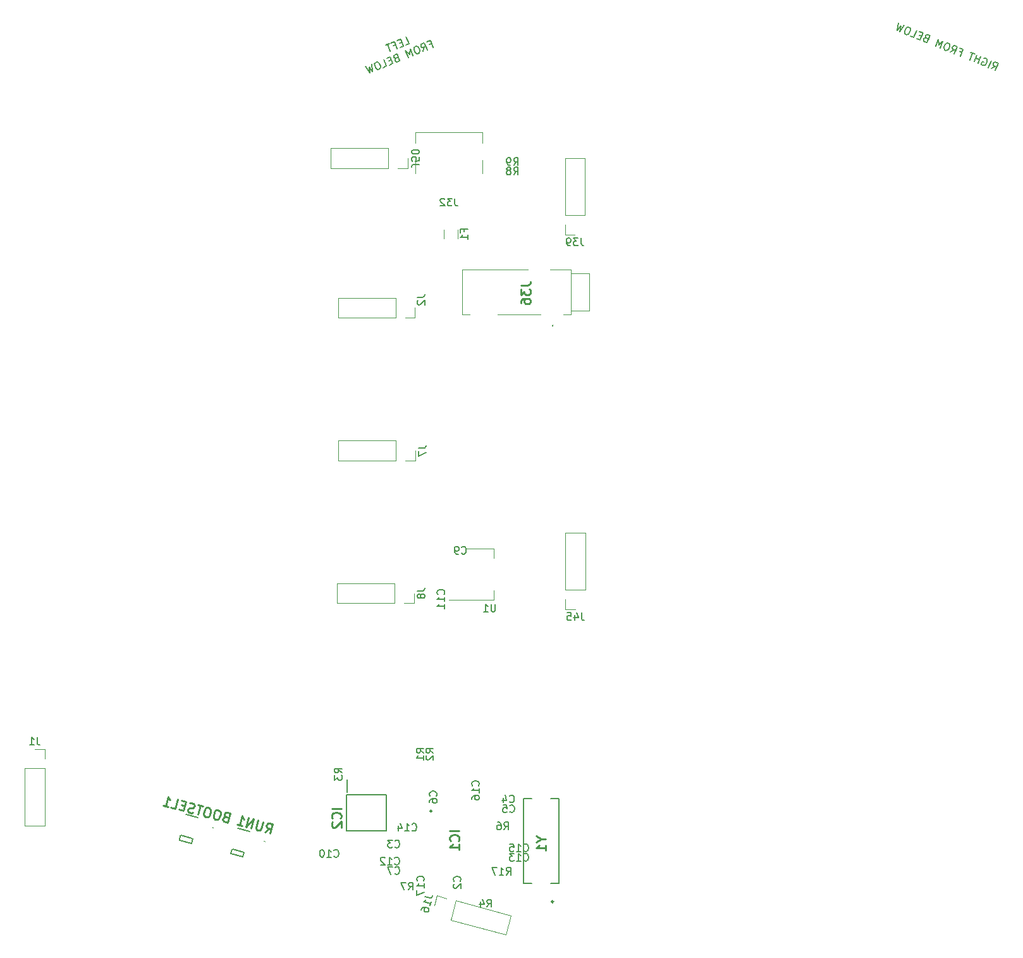
<source format=gbr>
G04 #@! TF.GenerationSoftware,KiCad,Pcbnew,(5.1.4)-1*
G04 #@! TF.CreationDate,2023-02-10T21:16:47-05:00*
G04 #@! TF.ProjectId,ThumbsUp,5468756d-6273-4557-902e-6b696361645f,rev?*
G04 #@! TF.SameCoordinates,Original*
G04 #@! TF.FileFunction,Legend,Bot*
G04 #@! TF.FilePolarity,Positive*
%FSLAX46Y46*%
G04 Gerber Fmt 4.6, Leading zero omitted, Abs format (unit mm)*
G04 Created by KiCad (PCBNEW (5.1.4)-1) date 2023-02-10 21:16:47*
%MOMM*%
%LPD*%
G04 APERTURE LIST*
%ADD10C,0.150000*%
%ADD11C,0.120000*%
%ADD12C,0.200000*%
%ADD13C,0.100000*%
%ADD14C,0.254000*%
G04 APERTURE END LIST*
D10*
X184629295Y-358825026D02*
X185116740Y-358508379D01*
X185159114Y-359039087D02*
X185533721Y-358111903D01*
X185180508Y-357969196D01*
X185074366Y-357977671D01*
X185012376Y-358003984D01*
X184932548Y-358074449D01*
X184879033Y-358206904D01*
X184887508Y-358313045D01*
X184913821Y-358375035D01*
X184984286Y-358454864D01*
X185337499Y-358597571D01*
X184231931Y-358664481D02*
X184606537Y-357737297D01*
X183661515Y-357406842D02*
X183767657Y-357398367D01*
X183900111Y-357451882D01*
X184014728Y-357549549D01*
X184067354Y-357673529D01*
X184075829Y-357779671D01*
X184048627Y-357974116D01*
X183995112Y-358106570D01*
X183879607Y-358265338D01*
X183799778Y-358335803D01*
X183675798Y-358388430D01*
X183525505Y-358379066D01*
X183437202Y-358343389D01*
X183322585Y-358245722D01*
X183296272Y-358183732D01*
X183421141Y-357874671D01*
X183597747Y-357946025D01*
X182863231Y-358111490D02*
X183237837Y-357184306D01*
X183059453Y-357625822D02*
X182529634Y-357411761D01*
X182333411Y-357897429D02*
X182708018Y-356970245D01*
X182398957Y-356845376D02*
X181869137Y-356631315D01*
X181759440Y-357665530D02*
X182134047Y-356738346D01*
X180366205Y-356537679D02*
X180675266Y-356662548D01*
X180479044Y-357148216D02*
X180853650Y-356221032D01*
X180412134Y-356042648D01*
X179154495Y-356613064D02*
X179641941Y-356296416D01*
X179684315Y-356827124D02*
X180058921Y-355899941D01*
X179705708Y-355757233D01*
X179599567Y-355765708D01*
X179537577Y-355792021D01*
X179457748Y-355862486D01*
X179404233Y-355994941D01*
X179412708Y-356101083D01*
X179439021Y-356163073D01*
X179509486Y-356242901D01*
X179862699Y-356385608D01*
X178955131Y-355453980D02*
X178778524Y-355382627D01*
X178672383Y-355391102D01*
X178548403Y-355443728D01*
X178432897Y-355602496D01*
X178308029Y-355911557D01*
X178280827Y-356106002D01*
X178333453Y-356229982D01*
X178403918Y-356309811D01*
X178580524Y-356381164D01*
X178686666Y-356372689D01*
X178810646Y-356320063D01*
X178926151Y-356161295D01*
X179051020Y-355852234D01*
X179078222Y-355657789D01*
X179025596Y-355533809D01*
X178955131Y-355453980D01*
X177785795Y-356060073D02*
X178160402Y-355132889D01*
X177583764Y-355670294D01*
X177542279Y-354883151D01*
X177167673Y-355810335D01*
X175906892Y-354736000D02*
X175756599Y-354726636D01*
X175694609Y-354752949D01*
X175614780Y-354823414D01*
X175561265Y-354955869D01*
X175569740Y-355062011D01*
X175596053Y-355124001D01*
X175666518Y-355203829D01*
X176019731Y-355346536D01*
X176394337Y-354419353D01*
X176085276Y-354294484D01*
X175979134Y-354302959D01*
X175917144Y-354329272D01*
X175837316Y-354399737D01*
X175801639Y-354488040D01*
X175810114Y-354594181D01*
X175836427Y-354656171D01*
X175906892Y-354736000D01*
X176215953Y-354860869D01*
X175288769Y-354486262D02*
X174979708Y-354361393D01*
X174651031Y-354793546D02*
X175092547Y-354971930D01*
X175467153Y-354044746D01*
X175025637Y-353866362D01*
X173812150Y-354454616D02*
X174253666Y-354633000D01*
X174628273Y-353705816D01*
X173701089Y-353331210D02*
X173524483Y-353259856D01*
X173418341Y-353268331D01*
X173294361Y-353320957D01*
X173178856Y-353479725D01*
X173053987Y-353788787D01*
X173026785Y-353983231D01*
X173079411Y-354107211D01*
X173149876Y-354187040D01*
X173326482Y-354258394D01*
X173432624Y-354249919D01*
X173556604Y-354197292D01*
X173672109Y-354038524D01*
X173796978Y-353729463D01*
X173824180Y-353535018D01*
X173771554Y-353411038D01*
X173701089Y-353331210D01*
X172994663Y-353045795D02*
X172399299Y-353883787D01*
X172490268Y-353150159D01*
X172046086Y-353741080D01*
X172199934Y-352724704D01*
X106206513Y-355673139D02*
X106648029Y-355494755D01*
X106273422Y-354567571D01*
X105701229Y-355312340D02*
X105392167Y-355437209D01*
X105455935Y-355976392D02*
X105897451Y-355798008D01*
X105522845Y-354870824D01*
X105081329Y-355049208D01*
X104553287Y-355776139D02*
X104862348Y-355651270D01*
X105058571Y-356136938D02*
X104683964Y-355209754D01*
X104242448Y-355388138D01*
X104021690Y-355477330D02*
X103491870Y-355691391D01*
X104131387Y-356511545D02*
X103756780Y-355584361D01*
X109365791Y-355611343D02*
X109674852Y-355486474D01*
X109871075Y-355972142D02*
X109496468Y-355044958D01*
X109054952Y-355223342D01*
X108546526Y-356507294D02*
X108677204Y-355940909D01*
X109076346Y-356293233D02*
X108701739Y-355366050D01*
X108348526Y-355508757D01*
X108278061Y-355588585D01*
X108251748Y-355650575D01*
X108243273Y-355756717D01*
X108296789Y-355889172D01*
X108376617Y-355959637D01*
X108438607Y-355985950D01*
X108544749Y-355994425D01*
X108897962Y-355851717D01*
X107597949Y-355812010D02*
X107421342Y-355883364D01*
X107350878Y-355963192D01*
X107298251Y-356087172D01*
X107325453Y-356281617D01*
X107450322Y-356590678D01*
X107565827Y-356749446D01*
X107689807Y-356802073D01*
X107795949Y-356810547D01*
X107972555Y-356739194D01*
X108043020Y-356659365D01*
X108095647Y-356535385D01*
X108068445Y-356340940D01*
X107943576Y-356031879D01*
X107828071Y-355873111D01*
X107704090Y-355820485D01*
X107597949Y-355812010D01*
X107177826Y-357060285D02*
X106803220Y-356133101D01*
X106761735Y-356920244D01*
X106185097Y-356382839D01*
X106559704Y-357310023D01*
X104906478Y-357413023D02*
X104791862Y-357510689D01*
X104765549Y-357572679D01*
X104757074Y-357678821D01*
X104810589Y-357811276D01*
X104890417Y-357881741D01*
X104952407Y-357908054D01*
X105058549Y-357916529D01*
X105411762Y-357773821D01*
X105037155Y-356846638D01*
X104728094Y-356971506D01*
X104657629Y-357051335D01*
X104631316Y-357113325D01*
X104622841Y-357219467D01*
X104658518Y-357307770D01*
X104738346Y-357378235D01*
X104800337Y-357404548D01*
X104906478Y-357413023D01*
X105215539Y-357288154D01*
X104288356Y-357662760D02*
X103979294Y-357787629D01*
X104043062Y-358326812D02*
X104484578Y-358148428D01*
X104109971Y-357221244D01*
X103668455Y-357399628D01*
X103204181Y-358665742D02*
X103645697Y-358487358D01*
X103271091Y-357560174D01*
X102343907Y-357934781D02*
X102167301Y-358006134D01*
X102096836Y-358085963D01*
X102044209Y-358209943D01*
X102071411Y-358404388D01*
X102196280Y-358713449D01*
X102311785Y-358872217D01*
X102435766Y-358924843D01*
X102541907Y-358933318D01*
X102718514Y-358861964D01*
X102788978Y-358782136D01*
X102841605Y-358658156D01*
X102814403Y-358463711D01*
X102689534Y-358154650D01*
X102574029Y-357995882D01*
X102450049Y-357943255D01*
X102343907Y-357934781D01*
X101637481Y-358220195D02*
X101791330Y-359236571D01*
X101347147Y-358645650D01*
X101438117Y-359379278D01*
X100842752Y-358541286D01*
D11*
X107510000Y-372835000D02*
X107510000Y-371035000D01*
X107510000Y-367325000D02*
X107510000Y-368785000D01*
X116450000Y-367325000D02*
X116450000Y-368785000D01*
X116450000Y-372835000D02*
X116450000Y-371035000D01*
X116450000Y-367325000D02*
X107510000Y-367325000D01*
X127546095Y-381048305D02*
X128876095Y-381048305D01*
X127546095Y-379718305D02*
X127546095Y-381048305D01*
X127546095Y-378448305D02*
X130206095Y-378448305D01*
X130206095Y-378448305D02*
X130206095Y-370768305D01*
X127546095Y-378448305D02*
X127546095Y-370768305D01*
X127546095Y-370768305D02*
X130206095Y-370768305D01*
D12*
X125900000Y-393150000D02*
G75*
G03X125900000Y-393250000I0J-50000D01*
G01*
X125900000Y-393250000D02*
G75*
G03X125900000Y-393150000I0J50000D01*
G01*
X125900000Y-393150000D02*
G75*
G03X125900000Y-393250000I0J-50000D01*
G01*
X125900000Y-393250000D02*
X125900000Y-393250000D01*
X125900000Y-393150000D02*
X125900000Y-393150000D01*
X125900000Y-393250000D02*
X125900000Y-393250000D01*
D13*
X124300000Y-391725000D02*
X118550000Y-391725000D01*
X124300000Y-391725000D02*
X124300000Y-391725000D01*
X118550000Y-391725000D02*
X124300000Y-391725000D01*
X118550000Y-391725000D02*
X118550000Y-391725000D01*
X114800000Y-391725000D02*
X113800000Y-391725000D01*
X114800000Y-391725000D02*
X114800000Y-391725000D01*
X113800000Y-391725000D02*
X114800000Y-391725000D01*
X113800000Y-391725000D02*
X113800000Y-391725000D01*
X113800000Y-385725000D02*
X113800000Y-385725000D01*
X113800000Y-391725000D02*
X113800000Y-385725000D01*
X113800000Y-391725000D02*
X113800000Y-391725000D01*
X113800000Y-385725000D02*
X113800000Y-391725000D01*
X113800000Y-385725000D02*
X122550000Y-385725000D01*
X113800000Y-385725000D02*
X113800000Y-385725000D01*
X122550000Y-385725000D02*
X113800000Y-385725000D01*
X122550000Y-385725000D02*
X122550000Y-385725000D01*
X125550000Y-385725000D02*
X128300000Y-385725000D01*
X125550000Y-385725000D02*
X125550000Y-385725000D01*
X128300000Y-385725000D02*
X125550000Y-385725000D01*
X128300000Y-385725000D02*
X128300000Y-385725000D01*
X128300000Y-386200000D02*
X128300000Y-386200000D01*
X128300000Y-385725000D02*
X128300000Y-386200000D01*
X128300000Y-385725000D02*
X128300000Y-385725000D01*
X128300000Y-386200000D02*
X128300000Y-385725000D01*
X130800000Y-391250000D02*
X128300000Y-391250000D01*
X130800000Y-386225000D02*
X130800000Y-391250000D01*
X128300000Y-386225000D02*
X130800000Y-386225000D01*
X128300000Y-391250000D02*
X128300000Y-386225000D01*
X128300000Y-391725000D02*
X128300000Y-391725000D01*
X128300000Y-391250000D02*
X128300000Y-391725000D01*
X128300000Y-391250000D02*
X128300000Y-391250000D01*
X128300000Y-391725000D02*
X128300000Y-391250000D01*
X128300000Y-391725000D02*
X127300000Y-391725000D01*
X128300000Y-391725000D02*
X128300000Y-391725000D01*
X127300000Y-391725000D02*
X128300000Y-391725000D01*
X127300000Y-391725000D02*
X127300000Y-391725000D01*
D11*
X127610599Y-431174893D02*
X128940599Y-431174893D01*
X127610599Y-429844893D02*
X127610599Y-431174893D01*
X127610599Y-428574893D02*
X130270599Y-428574893D01*
X130270599Y-428574893D02*
X130270599Y-420894893D01*
X127610599Y-428574893D02*
X127610599Y-420894893D01*
X127610599Y-420894893D02*
X130270599Y-420894893D01*
X106460000Y-372150000D02*
X106460000Y-370820000D01*
X105130000Y-372150000D02*
X106460000Y-372150000D01*
X103860000Y-372150000D02*
X103860000Y-369490000D01*
X103860000Y-369490000D02*
X96180000Y-369490000D01*
X103860000Y-372150000D02*
X96180000Y-372150000D01*
X96180000Y-372150000D02*
X96180000Y-369490000D01*
D14*
X125985880Y-470280000D02*
G75*
G03X125985880Y-470280000I-125880J0D01*
G01*
D12*
X126750000Y-456475000D02*
X125650000Y-456475000D01*
X121950000Y-456475000D02*
X123050000Y-456475000D01*
X121950000Y-467875000D02*
X123050000Y-467875000D01*
X126750000Y-467875000D02*
X125650000Y-467875000D01*
X121950000Y-467875000D02*
X121950000Y-456475000D01*
X126750000Y-467875000D02*
X126750000Y-456475000D01*
D11*
X111975000Y-429910000D02*
X117985000Y-429910000D01*
X114225000Y-423090000D02*
X117985000Y-423090000D01*
X117985000Y-429910000D02*
X117985000Y-428650000D01*
X117985000Y-423090000D02*
X117985000Y-424350000D01*
D13*
X87223504Y-462190628D02*
G75*
G03X87320096Y-462216510I48296J-12941D01*
G01*
X87320097Y-462216510D02*
G75*
G03X87223503Y-462190628I-48297J12941D01*
G01*
X87320096Y-462216510D02*
X87320096Y-462216510D01*
X87223503Y-462190628D02*
X87223503Y-462190628D01*
D12*
X85299051Y-460872634D02*
X83705274Y-460445582D01*
X84548476Y-463673819D02*
X83002995Y-463259708D01*
X82786466Y-463874619D02*
X82954698Y-463246767D01*
X84428540Y-464314611D02*
X82786466Y-463874619D01*
X84596772Y-463686760D02*
X84428540Y-464314611D01*
D11*
X111340000Y-381552064D02*
X111340000Y-380347936D01*
X113160000Y-381552064D02*
X113160000Y-380347936D01*
D13*
X80321458Y-460358286D02*
G75*
G03X80418050Y-460384168I48296J-12941D01*
G01*
X80418051Y-460384168D02*
G75*
G03X80321457Y-460358286I-48297J12941D01*
G01*
X80418050Y-460384168D02*
X80418050Y-460384168D01*
X80321457Y-460358286D02*
X80321457Y-460358286D01*
D12*
X78397005Y-459040292D02*
X76803228Y-458613240D01*
X77646430Y-461841477D02*
X76100949Y-461427366D01*
X75884420Y-462042277D02*
X76052652Y-461414425D01*
X77526494Y-462482269D02*
X75884420Y-462042277D01*
X77694726Y-461854418D02*
X77526494Y-462482269D01*
X98370000Y-453985000D02*
X98370000Y-455635000D01*
X103590000Y-455985000D02*
X98310000Y-455985000D01*
X103590000Y-460835000D02*
X103590000Y-455985000D01*
X98310000Y-460835000D02*
X103590000Y-460835000D01*
X98310000Y-455985000D02*
X98310000Y-460835000D01*
D11*
X110392338Y-469484041D02*
X110048109Y-470768723D01*
X111677019Y-469828271D02*
X110392338Y-469484041D01*
X112903745Y-470156971D02*
X112215286Y-472726334D01*
X112215286Y-472726334D02*
X119633597Y-474714064D01*
X112903745Y-470156971D02*
X120322055Y-472144701D01*
X120322055Y-472144701D02*
X119633597Y-474714064D01*
D14*
X109700000Y-458175000D02*
G75*
G03X109700000Y-458175000I-100000J0D01*
G01*
D11*
X107326974Y-430350972D02*
X107326974Y-429020972D01*
X105996974Y-430350972D02*
X107326974Y-430350972D01*
X104726974Y-430350972D02*
X104726974Y-427690972D01*
X104726974Y-427690972D02*
X97046974Y-427690972D01*
X104726974Y-430350972D02*
X97046974Y-430350972D01*
X97046974Y-430350972D02*
X97046974Y-427690972D01*
X57862789Y-449862952D02*
X56532789Y-449862952D01*
X57862789Y-451192952D02*
X57862789Y-449862952D01*
X57862789Y-452462952D02*
X55202789Y-452462952D01*
X55202789Y-452462952D02*
X55202789Y-460142952D01*
X57862789Y-452462952D02*
X57862789Y-460142952D01*
X57862789Y-460142952D02*
X55202789Y-460142952D01*
X107459278Y-392148375D02*
X107459278Y-390818375D01*
X106129278Y-392148375D02*
X107459278Y-392148375D01*
X104859278Y-392148375D02*
X104859278Y-389488375D01*
X104859278Y-389488375D02*
X97179278Y-389488375D01*
X104859278Y-392148375D02*
X97179278Y-392148375D01*
X97179278Y-392148375D02*
X97179278Y-389488375D01*
X107484161Y-411265202D02*
X107484161Y-409935202D01*
X106154161Y-411265202D02*
X107484161Y-411265202D01*
X104884161Y-411265202D02*
X104884161Y-408605202D01*
X104884161Y-408605202D02*
X97204161Y-408605202D01*
X104884161Y-411265202D02*
X97204161Y-411265202D01*
X97204161Y-411265202D02*
X97204161Y-408605202D01*
D10*
X113512142Y-467543333D02*
X113559761Y-467495714D01*
X113607380Y-467352857D01*
X113607380Y-467257619D01*
X113559761Y-467114761D01*
X113464523Y-467019523D01*
X113369285Y-466971904D01*
X113178809Y-466924285D01*
X113035952Y-466924285D01*
X112845476Y-466971904D01*
X112750238Y-467019523D01*
X112655000Y-467114761D01*
X112607380Y-467257619D01*
X112607380Y-467352857D01*
X112655000Y-467495714D01*
X112702619Y-467543333D01*
X112702619Y-467924285D02*
X112655000Y-467971904D01*
X112607380Y-468067142D01*
X112607380Y-468305238D01*
X112655000Y-468400476D01*
X112702619Y-468448095D01*
X112797857Y-468495714D01*
X112893095Y-468495714D01*
X113035952Y-468448095D01*
X113607380Y-467876666D01*
X113607380Y-468495714D01*
X113701666Y-423677142D02*
X113749285Y-423724761D01*
X113892142Y-423772380D01*
X113987380Y-423772380D01*
X114130238Y-423724761D01*
X114225476Y-423629523D01*
X114273095Y-423534285D01*
X114320714Y-423343809D01*
X114320714Y-423200952D01*
X114273095Y-423010476D01*
X114225476Y-422915238D01*
X114130238Y-422820000D01*
X113987380Y-422772380D01*
X113892142Y-422772380D01*
X113749285Y-422820000D01*
X113701666Y-422867619D01*
X113225476Y-423772380D02*
X113035000Y-423772380D01*
X112939761Y-423724761D01*
X112892142Y-423677142D01*
X112796904Y-423534285D01*
X112749285Y-423343809D01*
X112749285Y-422962857D01*
X112796904Y-422867619D01*
X112844523Y-422820000D01*
X112939761Y-422772380D01*
X113130238Y-422772380D01*
X113225476Y-422820000D01*
X113273095Y-422867619D01*
X113320714Y-422962857D01*
X113320714Y-423200952D01*
X113273095Y-423296190D01*
X113225476Y-423343809D01*
X113130238Y-423391428D01*
X112939761Y-423391428D01*
X112844523Y-423343809D01*
X112796904Y-423296190D01*
X112749285Y-423200952D01*
X110297142Y-456133333D02*
X110344761Y-456085714D01*
X110392380Y-455942857D01*
X110392380Y-455847619D01*
X110344761Y-455704761D01*
X110249523Y-455609523D01*
X110154285Y-455561904D01*
X109963809Y-455514285D01*
X109820952Y-455514285D01*
X109630476Y-455561904D01*
X109535238Y-455609523D01*
X109440000Y-455704761D01*
X109392380Y-455847619D01*
X109392380Y-455942857D01*
X109440000Y-456085714D01*
X109487619Y-456133333D01*
X109392380Y-456990476D02*
X109392380Y-456800000D01*
X109440000Y-456704761D01*
X109487619Y-456657142D01*
X109630476Y-456561904D01*
X109820952Y-456514285D01*
X110201904Y-456514285D01*
X110297142Y-456561904D01*
X110344761Y-456609523D01*
X110392380Y-456704761D01*
X110392380Y-456895238D01*
X110344761Y-456990476D01*
X110297142Y-457038095D01*
X110201904Y-457085714D01*
X109963809Y-457085714D01*
X109868571Y-457038095D01*
X109820952Y-456990476D01*
X109773333Y-456895238D01*
X109773333Y-456704761D01*
X109820952Y-456609523D01*
X109868571Y-456561904D01*
X109963809Y-456514285D01*
X104772666Y-462967142D02*
X104820285Y-463014761D01*
X104963142Y-463062380D01*
X105058380Y-463062380D01*
X105201238Y-463014761D01*
X105296476Y-462919523D01*
X105344095Y-462824285D01*
X105391714Y-462633809D01*
X105391714Y-462490952D01*
X105344095Y-462300476D01*
X105296476Y-462205238D01*
X105201238Y-462110000D01*
X105058380Y-462062380D01*
X104963142Y-462062380D01*
X104820285Y-462110000D01*
X104772666Y-462157619D01*
X104439333Y-462062380D02*
X103820285Y-462062380D01*
X104153619Y-462443333D01*
X104010761Y-462443333D01*
X103915523Y-462490952D01*
X103867904Y-462538571D01*
X103820285Y-462633809D01*
X103820285Y-462871904D01*
X103867904Y-462967142D01*
X103915523Y-463014761D01*
X104010761Y-463062380D01*
X104296476Y-463062380D01*
X104391714Y-463014761D01*
X104439333Y-462967142D01*
X112789523Y-376197380D02*
X112789523Y-376911666D01*
X112837142Y-377054523D01*
X112932380Y-377149761D01*
X113075238Y-377197380D01*
X113170476Y-377197380D01*
X112408571Y-376197380D02*
X111789523Y-376197380D01*
X112122857Y-376578333D01*
X111980000Y-376578333D01*
X111884761Y-376625952D01*
X111837142Y-376673571D01*
X111789523Y-376768809D01*
X111789523Y-377006904D01*
X111837142Y-377102142D01*
X111884761Y-377149761D01*
X111980000Y-377197380D01*
X112265714Y-377197380D01*
X112360952Y-377149761D01*
X112408571Y-377102142D01*
X111408571Y-376292619D02*
X111360952Y-376245000D01*
X111265714Y-376197380D01*
X111027619Y-376197380D01*
X110932380Y-376245000D01*
X110884761Y-376292619D01*
X110837142Y-376387857D01*
X110837142Y-376483095D01*
X110884761Y-376625952D01*
X111456190Y-377197380D01*
X110837142Y-377197380D01*
X120151666Y-458240142D02*
X120199285Y-458287761D01*
X120342142Y-458335380D01*
X120437380Y-458335380D01*
X120580238Y-458287761D01*
X120675476Y-458192523D01*
X120723095Y-458097285D01*
X120770714Y-457906809D01*
X120770714Y-457763952D01*
X120723095Y-457573476D01*
X120675476Y-457478238D01*
X120580238Y-457383000D01*
X120437380Y-457335380D01*
X120342142Y-457335380D01*
X120199285Y-457383000D01*
X120151666Y-457430619D01*
X119246904Y-457335380D02*
X119723095Y-457335380D01*
X119770714Y-457811571D01*
X119723095Y-457763952D01*
X119627857Y-457716333D01*
X119389761Y-457716333D01*
X119294523Y-457763952D01*
X119246904Y-457811571D01*
X119199285Y-457906809D01*
X119199285Y-458144904D01*
X119246904Y-458240142D01*
X119294523Y-458287761D01*
X119389761Y-458335380D01*
X119627857Y-458335380D01*
X119723095Y-458287761D01*
X119770714Y-458240142D01*
X104772666Y-466523142D02*
X104820285Y-466570761D01*
X104963142Y-466618380D01*
X105058380Y-466618380D01*
X105201238Y-466570761D01*
X105296476Y-466475523D01*
X105344095Y-466380285D01*
X105391714Y-466189809D01*
X105391714Y-466046952D01*
X105344095Y-465856476D01*
X105296476Y-465761238D01*
X105201238Y-465666000D01*
X105058380Y-465618380D01*
X104963142Y-465618380D01*
X104820285Y-465666000D01*
X104772666Y-465713619D01*
X104439333Y-465618380D02*
X103772666Y-465618380D01*
X104201238Y-466618380D01*
X120117666Y-456945142D02*
X120165285Y-456992761D01*
X120308142Y-457040380D01*
X120403380Y-457040380D01*
X120546238Y-456992761D01*
X120641476Y-456897523D01*
X120689095Y-456802285D01*
X120736714Y-456611809D01*
X120736714Y-456468952D01*
X120689095Y-456278476D01*
X120641476Y-456183238D01*
X120546238Y-456088000D01*
X120403380Y-456040380D01*
X120308142Y-456040380D01*
X120165285Y-456088000D01*
X120117666Y-456135619D01*
X119260523Y-456373714D02*
X119260523Y-457040380D01*
X119498619Y-455992761D02*
X119736714Y-456707047D01*
X119117666Y-456707047D01*
X117076666Y-470997380D02*
X117410000Y-470521190D01*
X117648095Y-470997380D02*
X117648095Y-469997380D01*
X117267142Y-469997380D01*
X117171904Y-470045000D01*
X117124285Y-470092619D01*
X117076666Y-470187857D01*
X117076666Y-470330714D01*
X117124285Y-470425952D01*
X117171904Y-470473571D01*
X117267142Y-470521190D01*
X117648095Y-470521190D01*
X116219523Y-470330714D02*
X116219523Y-470997380D01*
X116457619Y-469949761D02*
X116695714Y-470664047D01*
X116076666Y-470664047D01*
X119677857Y-466707380D02*
X120011190Y-466231190D01*
X120249285Y-466707380D02*
X120249285Y-465707380D01*
X119868333Y-465707380D01*
X119773095Y-465755000D01*
X119725476Y-465802619D01*
X119677857Y-465897857D01*
X119677857Y-466040714D01*
X119725476Y-466135952D01*
X119773095Y-466183571D01*
X119868333Y-466231190D01*
X120249285Y-466231190D01*
X118725476Y-466707380D02*
X119296904Y-466707380D01*
X119011190Y-466707380D02*
X119011190Y-465707380D01*
X119106428Y-465850238D01*
X119201666Y-465945476D01*
X119296904Y-465993095D01*
X118392142Y-465707380D02*
X117725476Y-465707380D01*
X118154047Y-466707380D01*
X109917380Y-450369333D02*
X109441190Y-450036000D01*
X109917380Y-449797904D02*
X108917380Y-449797904D01*
X108917380Y-450178857D01*
X108965000Y-450274095D01*
X109012619Y-450321714D01*
X109107857Y-450369333D01*
X109250714Y-450369333D01*
X109345952Y-450321714D01*
X109393571Y-450274095D01*
X109441190Y-450178857D01*
X109441190Y-449797904D01*
X109012619Y-450750285D02*
X108965000Y-450797904D01*
X108917380Y-450893142D01*
X108917380Y-451131238D01*
X108965000Y-451226476D01*
X109012619Y-451274095D01*
X109107857Y-451321714D01*
X109203095Y-451321714D01*
X109345952Y-451274095D01*
X109917380Y-450702666D01*
X109917380Y-451321714D01*
X108647380Y-450369333D02*
X108171190Y-450036000D01*
X108647380Y-449797904D02*
X107647380Y-449797904D01*
X107647380Y-450178857D01*
X107695000Y-450274095D01*
X107742619Y-450321714D01*
X107837857Y-450369333D01*
X107980714Y-450369333D01*
X108075952Y-450321714D01*
X108123571Y-450274095D01*
X108171190Y-450178857D01*
X108171190Y-449797904D01*
X108647380Y-451321714D02*
X108647380Y-450750285D01*
X108647380Y-451036000D02*
X107647380Y-451036000D01*
X107790238Y-450940761D01*
X107885476Y-450845523D01*
X107933095Y-450750285D01*
X129685618Y-381500685D02*
X129685618Y-382214971D01*
X129733237Y-382357828D01*
X129828475Y-382453066D01*
X129971333Y-382500685D01*
X130066571Y-382500685D01*
X129304666Y-381500685D02*
X128685618Y-381500685D01*
X129018952Y-381881638D01*
X128876095Y-381881638D01*
X128780856Y-381929257D01*
X128733237Y-381976876D01*
X128685618Y-382072114D01*
X128685618Y-382310209D01*
X128733237Y-382405447D01*
X128780856Y-382453066D01*
X128876095Y-382500685D01*
X129161809Y-382500685D01*
X129257047Y-382453066D01*
X129304666Y-382405447D01*
X128209428Y-382500685D02*
X128018952Y-382500685D01*
X127923714Y-382453066D01*
X127876095Y-382405447D01*
X127780856Y-382262590D01*
X127733237Y-382072114D01*
X127733237Y-381691162D01*
X127780856Y-381595924D01*
X127828475Y-381548305D01*
X127923714Y-381500685D01*
X128114190Y-381500685D01*
X128209428Y-381548305D01*
X128257047Y-381595924D01*
X128304666Y-381691162D01*
X128304666Y-381929257D01*
X128257047Y-382024495D01*
X128209428Y-382072114D01*
X128114190Y-382119733D01*
X127923714Y-382119733D01*
X127828475Y-382072114D01*
X127780856Y-382024495D01*
X127733237Y-381929257D01*
D14*
X121604523Y-387821904D02*
X122511666Y-387821904D01*
X122693095Y-387761428D01*
X122814047Y-387640476D01*
X122874523Y-387459047D01*
X122874523Y-387338095D01*
X121604523Y-388305714D02*
X121604523Y-389091904D01*
X122088333Y-388668571D01*
X122088333Y-388850000D01*
X122148809Y-388970952D01*
X122209285Y-389031428D01*
X122330238Y-389091904D01*
X122632619Y-389091904D01*
X122753571Y-389031428D01*
X122814047Y-388970952D01*
X122874523Y-388850000D01*
X122874523Y-388487142D01*
X122814047Y-388366190D01*
X122753571Y-388305714D01*
X121604523Y-390180476D02*
X121604523Y-389938571D01*
X121665000Y-389817619D01*
X121725476Y-389757142D01*
X121906904Y-389636190D01*
X122148809Y-389575714D01*
X122632619Y-389575714D01*
X122753571Y-389636190D01*
X122814047Y-389696666D01*
X122874523Y-389817619D01*
X122874523Y-390059523D01*
X122814047Y-390180476D01*
X122753571Y-390240952D01*
X122632619Y-390301428D01*
X122330238Y-390301428D01*
X122209285Y-390240952D01*
X122148809Y-390180476D01*
X122088333Y-390059523D01*
X122088333Y-389817619D01*
X122148809Y-389696666D01*
X122209285Y-389636190D01*
X122330238Y-389575714D01*
D10*
X129750122Y-431627273D02*
X129750122Y-432341559D01*
X129797741Y-432484416D01*
X129892979Y-432579654D01*
X130035837Y-432627273D01*
X130131075Y-432627273D01*
X128845360Y-431960607D02*
X128845360Y-432627273D01*
X129083456Y-431579654D02*
X129321551Y-432293940D01*
X128702503Y-432293940D01*
X127845360Y-431627273D02*
X128321551Y-431627273D01*
X128369170Y-432103464D01*
X128321551Y-432055845D01*
X128226313Y-432008226D01*
X127988218Y-432008226D01*
X127892979Y-432055845D01*
X127845360Y-432103464D01*
X127797741Y-432198702D01*
X127797741Y-432436797D01*
X127845360Y-432532035D01*
X127892979Y-432579654D01*
X127988218Y-432627273D01*
X128226313Y-432627273D01*
X128321551Y-432579654D01*
X128369170Y-432532035D01*
X108007619Y-371629523D02*
X107293333Y-371629523D01*
X107150476Y-371677142D01*
X107055238Y-371772380D01*
X107007619Y-371915238D01*
X107007619Y-372010476D01*
X108007619Y-370677142D02*
X108007619Y-371153333D01*
X107531428Y-371200952D01*
X107579047Y-371153333D01*
X107626666Y-371058095D01*
X107626666Y-370820000D01*
X107579047Y-370724761D01*
X107531428Y-370677142D01*
X107436190Y-370629523D01*
X107198095Y-370629523D01*
X107102857Y-370677142D01*
X107055238Y-370724761D01*
X107007619Y-370820000D01*
X107007619Y-371058095D01*
X107055238Y-371153333D01*
X107102857Y-371200952D01*
X108007619Y-370010476D02*
X108007619Y-369915238D01*
X107960000Y-369820000D01*
X107912380Y-369772380D01*
X107817142Y-369724761D01*
X107626666Y-369677142D01*
X107388571Y-369677142D01*
X107198095Y-369724761D01*
X107102857Y-369772380D01*
X107055238Y-369820000D01*
X107007619Y-369915238D01*
X107007619Y-370010476D01*
X107055238Y-370105714D01*
X107102857Y-370153333D01*
X107198095Y-370200952D01*
X107388571Y-370248571D01*
X107626666Y-370248571D01*
X107817142Y-370200952D01*
X107912380Y-370153333D01*
X107960000Y-370105714D01*
X108007619Y-370010476D01*
D14*
X124370021Y-461942068D02*
X124974783Y-461942068D01*
X123704783Y-461518734D02*
X124370021Y-461942068D01*
X123704783Y-462365401D01*
X124974783Y-463453972D02*
X124974783Y-462728258D01*
X124974783Y-463091115D02*
X123704783Y-463091115D01*
X123886212Y-462970163D01*
X124007164Y-462849210D01*
X124067640Y-462728258D01*
D10*
X118215904Y-430476380D02*
X118215904Y-431285904D01*
X118168285Y-431381142D01*
X118120666Y-431428761D01*
X118025428Y-431476380D01*
X117834952Y-431476380D01*
X117739714Y-431428761D01*
X117692095Y-431381142D01*
X117644476Y-431285904D01*
X117644476Y-430476380D01*
X116644476Y-431476380D02*
X117215904Y-431476380D01*
X116930190Y-431476380D02*
X116930190Y-430476380D01*
X117025428Y-430619238D01*
X117120666Y-430714476D01*
X117215904Y-430762095D01*
D14*
X87340897Y-460954083D02*
X87906330Y-460479494D01*
X88041884Y-461141912D02*
X88370584Y-459915186D01*
X87903260Y-459789967D01*
X87770776Y-459817077D01*
X87696708Y-459859840D01*
X87606988Y-459961019D01*
X87560031Y-460136266D01*
X87587142Y-460268749D01*
X87629905Y-460342817D01*
X87731083Y-460432537D01*
X88198407Y-460557756D01*
X87143858Y-459586486D02*
X86877767Y-460579549D01*
X86788047Y-460680728D01*
X86713979Y-460723491D01*
X86581496Y-460750602D01*
X86347834Y-460687992D01*
X86246655Y-460598272D01*
X86203892Y-460524204D01*
X86176781Y-460391721D01*
X86442872Y-459398657D01*
X85530016Y-460468859D02*
X85858717Y-459242133D01*
X84829030Y-460281030D01*
X85157730Y-459054304D01*
X83602304Y-459952330D02*
X84303291Y-460140159D01*
X83952798Y-460046244D02*
X84281498Y-458819518D01*
X84351372Y-459026070D01*
X84436898Y-459174206D01*
X84538077Y-459263926D01*
D10*
X113998571Y-380616666D02*
X113998571Y-380283333D01*
X114522380Y-380283333D02*
X113522380Y-380283333D01*
X113522380Y-380759523D01*
X114522380Y-381664285D02*
X114522380Y-381092857D01*
X114522380Y-381378571D02*
X113522380Y-381378571D01*
X113665238Y-381283333D01*
X113760476Y-381188095D01*
X113808095Y-381092857D01*
D14*
X82108110Y-458953260D02*
X81917211Y-458964718D01*
X81843143Y-459007482D01*
X81753423Y-459108660D01*
X81706465Y-459283907D01*
X81733576Y-459416390D01*
X81776339Y-459490458D01*
X81877518Y-459580178D01*
X82344842Y-459705398D01*
X82673542Y-458478672D01*
X82264634Y-458369105D01*
X82132150Y-458396216D01*
X82058082Y-458438979D01*
X81968362Y-458540158D01*
X81937057Y-458656989D01*
X81964168Y-458789472D01*
X82006931Y-458863540D01*
X82108110Y-458953260D01*
X82517018Y-459062827D01*
X81213154Y-458087362D02*
X80979492Y-458024752D01*
X80847009Y-458051863D01*
X80698873Y-458137389D01*
X80577848Y-458355399D01*
X80468281Y-458764308D01*
X80464087Y-459013622D01*
X80549614Y-459161758D01*
X80650792Y-459251478D01*
X80884454Y-459314088D01*
X81016938Y-459286977D01*
X81165073Y-459201451D01*
X81286099Y-458983441D01*
X81395665Y-458574533D01*
X81399859Y-458325218D01*
X81314333Y-458177082D01*
X81213154Y-458087362D01*
X79928013Y-457743009D02*
X79694351Y-457680400D01*
X79561868Y-457707511D01*
X79413732Y-457793037D01*
X79292707Y-458011047D01*
X79183140Y-458419955D01*
X79178946Y-458669270D01*
X79264472Y-458817405D01*
X79365651Y-458907126D01*
X79599313Y-458969735D01*
X79731796Y-458942624D01*
X79879932Y-458857098D01*
X80000957Y-458639089D01*
X80110524Y-458230180D01*
X80114718Y-457980866D01*
X80029192Y-457832730D01*
X79928013Y-457743009D01*
X79051780Y-457508224D02*
X78350794Y-457320395D01*
X78372587Y-458641035D02*
X78701287Y-457414309D01*
X77687253Y-458394791D02*
X77496354Y-458406249D01*
X77204277Y-458327987D01*
X77103098Y-458238267D01*
X77060335Y-458164199D01*
X77033224Y-458031716D01*
X77064529Y-457914885D01*
X77154249Y-457813706D01*
X77228317Y-457770943D01*
X77360801Y-457743832D01*
X77610115Y-457748026D01*
X77742599Y-457720915D01*
X77816667Y-457678152D01*
X77906387Y-457576974D01*
X77937692Y-457460143D01*
X77910581Y-457327659D01*
X77867818Y-457253591D01*
X77766639Y-457163871D01*
X77474562Y-457085609D01*
X77283663Y-457097067D01*
X76617051Y-457481936D02*
X76208143Y-457372369D01*
X75860720Y-457967982D02*
X76444875Y-458124506D01*
X76773575Y-456897780D01*
X76189420Y-456741256D01*
X74750825Y-457670587D02*
X75334980Y-457827111D01*
X75663681Y-456600385D01*
X73699346Y-457388844D02*
X74400332Y-457576673D01*
X74049839Y-457482758D02*
X74378539Y-456256032D01*
X74448413Y-456462584D01*
X74533939Y-456610720D01*
X74635118Y-456700440D01*
X97560523Y-457814238D02*
X96290523Y-457814238D01*
X97439571Y-459144714D02*
X97500047Y-459084238D01*
X97560523Y-458902809D01*
X97560523Y-458781857D01*
X97500047Y-458600428D01*
X97379095Y-458479476D01*
X97258142Y-458419000D01*
X97016238Y-458358523D01*
X96834809Y-458358523D01*
X96592904Y-458419000D01*
X96471952Y-458479476D01*
X96351000Y-458600428D01*
X96290523Y-458781857D01*
X96290523Y-458902809D01*
X96351000Y-459084238D01*
X96411476Y-459144714D01*
X96411476Y-459628523D02*
X96351000Y-459689000D01*
X96290523Y-459809952D01*
X96290523Y-460112333D01*
X96351000Y-460233285D01*
X96411476Y-460293761D01*
X96532428Y-460354238D01*
X96653380Y-460354238D01*
X96834809Y-460293761D01*
X97560523Y-459568047D01*
X97560523Y-460354238D01*
D10*
X108762743Y-469586229D02*
X109452690Y-469771100D01*
X109603004Y-469762078D01*
X109719647Y-469694734D01*
X109802617Y-469569070D01*
X109827267Y-469477077D01*
X109469850Y-470810974D02*
X109617747Y-470259017D01*
X109543798Y-470534995D02*
X108577873Y-470276176D01*
X108740511Y-470221158D01*
X108857154Y-470153814D01*
X108927800Y-470074146D01*
X108282079Y-471380092D02*
X108331378Y-471196106D01*
X108402024Y-471116437D01*
X108460345Y-471082766D01*
X108622984Y-471027747D01*
X108819295Y-471031049D01*
X109187266Y-471129647D01*
X109266935Y-471200293D01*
X109300606Y-471258614D01*
X109321953Y-471362932D01*
X109272655Y-471546918D01*
X109202009Y-471626586D01*
X109143688Y-471660258D01*
X109039370Y-471681605D01*
X108809388Y-471619981D01*
X108729719Y-471549335D01*
X108696048Y-471491014D01*
X108674701Y-471386696D01*
X108723999Y-471202710D01*
X108794645Y-471123042D01*
X108852966Y-471089371D01*
X108957284Y-471068023D01*
D14*
X113374523Y-460810238D02*
X112104523Y-460810238D01*
X113253571Y-462140714D02*
X113314047Y-462080238D01*
X113374523Y-461898809D01*
X113374523Y-461777857D01*
X113314047Y-461596428D01*
X113193095Y-461475476D01*
X113072142Y-461415000D01*
X112830238Y-461354523D01*
X112648809Y-461354523D01*
X112406904Y-461415000D01*
X112285952Y-461475476D01*
X112165000Y-461596428D01*
X112104523Y-461777857D01*
X112104523Y-461898809D01*
X112165000Y-462080238D01*
X112225476Y-462140714D01*
X113374523Y-463350238D02*
X113374523Y-462624523D01*
X113374523Y-462987380D02*
X112104523Y-462987380D01*
X112285952Y-462866428D01*
X112406904Y-462745476D01*
X112467380Y-462624523D01*
D10*
X107779354Y-428687638D02*
X108493640Y-428687638D01*
X108636497Y-428640019D01*
X108731735Y-428544781D01*
X108779354Y-428401924D01*
X108779354Y-428306686D01*
X108207926Y-429306686D02*
X108160307Y-429211448D01*
X108112688Y-429163829D01*
X108017450Y-429116210D01*
X107969831Y-429116210D01*
X107874593Y-429163829D01*
X107826974Y-429211448D01*
X107779354Y-429306686D01*
X107779354Y-429497162D01*
X107826974Y-429592400D01*
X107874593Y-429640019D01*
X107969831Y-429687638D01*
X108017450Y-429687638D01*
X108112688Y-429640019D01*
X108160307Y-429592400D01*
X108207926Y-429497162D01*
X108207926Y-429306686D01*
X108255545Y-429211448D01*
X108303164Y-429163829D01*
X108398402Y-429116210D01*
X108588878Y-429116210D01*
X108684116Y-429163829D01*
X108731735Y-429211448D01*
X108779354Y-429306686D01*
X108779354Y-429497162D01*
X108731735Y-429592400D01*
X108684116Y-429640019D01*
X108588878Y-429687638D01*
X108398402Y-429687638D01*
X108303164Y-429640019D01*
X108255545Y-429592400D01*
X108207926Y-429497162D01*
X56866122Y-448315332D02*
X56866122Y-449029618D01*
X56913741Y-449172475D01*
X57008979Y-449267713D01*
X57151836Y-449315332D01*
X57247074Y-449315332D01*
X55866122Y-449315332D02*
X56437550Y-449315332D01*
X56151836Y-449315332D02*
X56151836Y-448315332D01*
X56247074Y-448458190D01*
X56342312Y-448553428D01*
X56437550Y-448601047D01*
X107752380Y-389416666D02*
X108466666Y-389416666D01*
X108609523Y-389369047D01*
X108704761Y-389273809D01*
X108752380Y-389130952D01*
X108752380Y-389035714D01*
X107847619Y-389845238D02*
X107800000Y-389892857D01*
X107752380Y-389988095D01*
X107752380Y-390226190D01*
X107800000Y-390321428D01*
X107847619Y-390369047D01*
X107942857Y-390416666D01*
X108038095Y-390416666D01*
X108180952Y-390369047D01*
X108752380Y-389797619D01*
X108752380Y-390416666D01*
X107936541Y-409601868D02*
X108650827Y-409601868D01*
X108793684Y-409554249D01*
X108888922Y-409459011D01*
X108936541Y-409316154D01*
X108936541Y-409220916D01*
X107936541Y-409982821D02*
X107936541Y-410649487D01*
X108936541Y-410220916D01*
X122012857Y-464745142D02*
X122060476Y-464792761D01*
X122203333Y-464840380D01*
X122298571Y-464840380D01*
X122441428Y-464792761D01*
X122536666Y-464697523D01*
X122584285Y-464602285D01*
X122631904Y-464411809D01*
X122631904Y-464268952D01*
X122584285Y-464078476D01*
X122536666Y-463983238D01*
X122441428Y-463888000D01*
X122298571Y-463840380D01*
X122203333Y-463840380D01*
X122060476Y-463888000D01*
X122012857Y-463935619D01*
X121060476Y-464840380D02*
X121631904Y-464840380D01*
X121346190Y-464840380D02*
X121346190Y-463840380D01*
X121441428Y-463983238D01*
X121536666Y-464078476D01*
X121631904Y-464126095D01*
X120727142Y-463840380D02*
X120108095Y-463840380D01*
X120441428Y-464221333D01*
X120298571Y-464221333D01*
X120203333Y-464268952D01*
X120155714Y-464316571D01*
X120108095Y-464411809D01*
X120108095Y-464649904D01*
X120155714Y-464745142D01*
X120203333Y-464792761D01*
X120298571Y-464840380D01*
X120584285Y-464840380D01*
X120679523Y-464792761D01*
X120727142Y-464745142D01*
X104740857Y-465253142D02*
X104788476Y-465300761D01*
X104931333Y-465348380D01*
X105026571Y-465348380D01*
X105169428Y-465300761D01*
X105264666Y-465205523D01*
X105312285Y-465110285D01*
X105359904Y-464919809D01*
X105359904Y-464776952D01*
X105312285Y-464586476D01*
X105264666Y-464491238D01*
X105169428Y-464396000D01*
X105026571Y-464348380D01*
X104931333Y-464348380D01*
X104788476Y-464396000D01*
X104740857Y-464443619D01*
X103788476Y-465348380D02*
X104359904Y-465348380D01*
X104074190Y-465348380D02*
X104074190Y-464348380D01*
X104169428Y-464491238D01*
X104264666Y-464586476D01*
X104359904Y-464634095D01*
X103407523Y-464443619D02*
X103359904Y-464396000D01*
X103264666Y-464348380D01*
X103026571Y-464348380D01*
X102931333Y-464396000D01*
X102883714Y-464443619D01*
X102836095Y-464538857D01*
X102836095Y-464634095D01*
X102883714Y-464776952D01*
X103455142Y-465348380D01*
X102836095Y-465348380D01*
X122012857Y-463475142D02*
X122060476Y-463522761D01*
X122203333Y-463570380D01*
X122298571Y-463570380D01*
X122441428Y-463522761D01*
X122536666Y-463427523D01*
X122584285Y-463332285D01*
X122631904Y-463141809D01*
X122631904Y-462998952D01*
X122584285Y-462808476D01*
X122536666Y-462713238D01*
X122441428Y-462618000D01*
X122298571Y-462570380D01*
X122203333Y-462570380D01*
X122060476Y-462618000D01*
X122012857Y-462665619D01*
X121060476Y-463570380D02*
X121631904Y-463570380D01*
X121346190Y-463570380D02*
X121346190Y-462570380D01*
X121441428Y-462713238D01*
X121536666Y-462808476D01*
X121631904Y-462856095D01*
X120155714Y-462570380D02*
X120631904Y-462570380D01*
X120679523Y-463046571D01*
X120631904Y-462998952D01*
X120536666Y-462951333D01*
X120298571Y-462951333D01*
X120203333Y-462998952D01*
X120155714Y-463046571D01*
X120108095Y-463141809D01*
X120108095Y-463379904D01*
X120155714Y-463475142D01*
X120203333Y-463522761D01*
X120298571Y-463570380D01*
X120536666Y-463570380D01*
X120631904Y-463522761D01*
X120679523Y-463475142D01*
X96612857Y-464237142D02*
X96660476Y-464284761D01*
X96803333Y-464332380D01*
X96898571Y-464332380D01*
X97041428Y-464284761D01*
X97136666Y-464189523D01*
X97184285Y-464094285D01*
X97231904Y-463903809D01*
X97231904Y-463760952D01*
X97184285Y-463570476D01*
X97136666Y-463475238D01*
X97041428Y-463380000D01*
X96898571Y-463332380D01*
X96803333Y-463332380D01*
X96660476Y-463380000D01*
X96612857Y-463427619D01*
X95660476Y-464332380D02*
X96231904Y-464332380D01*
X95946190Y-464332380D02*
X95946190Y-463332380D01*
X96041428Y-463475238D01*
X96136666Y-463570476D01*
X96231904Y-463618095D01*
X95041428Y-463332380D02*
X94946190Y-463332380D01*
X94850952Y-463380000D01*
X94803333Y-463427619D01*
X94755714Y-463522857D01*
X94708095Y-463713333D01*
X94708095Y-463951428D01*
X94755714Y-464141904D01*
X94803333Y-464237142D01*
X94850952Y-464284761D01*
X94946190Y-464332380D01*
X95041428Y-464332380D01*
X95136666Y-464284761D01*
X95184285Y-464237142D01*
X95231904Y-464141904D01*
X95279523Y-463951428D01*
X95279523Y-463713333D01*
X95231904Y-463522857D01*
X95184285Y-463427619D01*
X95136666Y-463380000D01*
X95041428Y-463332380D01*
X97692380Y-453045333D02*
X97216190Y-452712000D01*
X97692380Y-452473904D02*
X96692380Y-452473904D01*
X96692380Y-452854857D01*
X96740000Y-452950095D01*
X96787619Y-452997714D01*
X96882857Y-453045333D01*
X97025714Y-453045333D01*
X97120952Y-452997714D01*
X97168571Y-452950095D01*
X97216190Y-452854857D01*
X97216190Y-452473904D01*
X96692380Y-453378666D02*
X96692380Y-453997714D01*
X97073333Y-453664380D01*
X97073333Y-453807238D01*
X97120952Y-453902476D01*
X97168571Y-453950095D01*
X97263809Y-453997714D01*
X97501904Y-453997714D01*
X97597142Y-453950095D01*
X97644761Y-453902476D01*
X97692380Y-453807238D01*
X97692380Y-453521523D01*
X97644761Y-453426285D01*
X97597142Y-453378666D01*
X108587142Y-467492142D02*
X108634761Y-467444523D01*
X108682380Y-467301666D01*
X108682380Y-467206428D01*
X108634761Y-467063571D01*
X108539523Y-466968333D01*
X108444285Y-466920714D01*
X108253809Y-466873095D01*
X108110952Y-466873095D01*
X107920476Y-466920714D01*
X107825238Y-466968333D01*
X107730000Y-467063571D01*
X107682380Y-467206428D01*
X107682380Y-467301666D01*
X107730000Y-467444523D01*
X107777619Y-467492142D01*
X108682380Y-468444523D02*
X108682380Y-467873095D01*
X108682380Y-468158809D02*
X107682380Y-468158809D01*
X107825238Y-468063571D01*
X107920476Y-467968333D01*
X107968095Y-467873095D01*
X107682380Y-468777857D02*
X107682380Y-469444523D01*
X108682380Y-469015952D01*
X115952142Y-454757142D02*
X115999761Y-454709523D01*
X116047380Y-454566666D01*
X116047380Y-454471428D01*
X115999761Y-454328571D01*
X115904523Y-454233333D01*
X115809285Y-454185714D01*
X115618809Y-454138095D01*
X115475952Y-454138095D01*
X115285476Y-454185714D01*
X115190238Y-454233333D01*
X115095000Y-454328571D01*
X115047380Y-454471428D01*
X115047380Y-454566666D01*
X115095000Y-454709523D01*
X115142619Y-454757142D01*
X116047380Y-455709523D02*
X116047380Y-455138095D01*
X116047380Y-455423809D02*
X115047380Y-455423809D01*
X115190238Y-455328571D01*
X115285476Y-455233333D01*
X115333095Y-455138095D01*
X115047380Y-456566666D02*
X115047380Y-456376190D01*
X115095000Y-456280952D01*
X115142619Y-456233333D01*
X115285476Y-456138095D01*
X115475952Y-456090476D01*
X115856904Y-456090476D01*
X115952142Y-456138095D01*
X115999761Y-456185714D01*
X116047380Y-456280952D01*
X116047380Y-456471428D01*
X115999761Y-456566666D01*
X115952142Y-456614285D01*
X115856904Y-456661904D01*
X115618809Y-456661904D01*
X115523571Y-456614285D01*
X115475952Y-456566666D01*
X115428333Y-456471428D01*
X115428333Y-456280952D01*
X115475952Y-456185714D01*
X115523571Y-456138095D01*
X115618809Y-456090476D01*
X106591666Y-468712380D02*
X106925000Y-468236190D01*
X107163095Y-468712380D02*
X107163095Y-467712380D01*
X106782142Y-467712380D01*
X106686904Y-467760000D01*
X106639285Y-467807619D01*
X106591666Y-467902857D01*
X106591666Y-468045714D01*
X106639285Y-468140952D01*
X106686904Y-468188571D01*
X106782142Y-468236190D01*
X107163095Y-468236190D01*
X106258333Y-467712380D02*
X105591666Y-467712380D01*
X106020238Y-468712380D01*
X107057857Y-460737142D02*
X107105476Y-460784761D01*
X107248333Y-460832380D01*
X107343571Y-460832380D01*
X107486428Y-460784761D01*
X107581666Y-460689523D01*
X107629285Y-460594285D01*
X107676904Y-460403809D01*
X107676904Y-460260952D01*
X107629285Y-460070476D01*
X107581666Y-459975238D01*
X107486428Y-459880000D01*
X107343571Y-459832380D01*
X107248333Y-459832380D01*
X107105476Y-459880000D01*
X107057857Y-459927619D01*
X106105476Y-460832380D02*
X106676904Y-460832380D01*
X106391190Y-460832380D02*
X106391190Y-459832380D01*
X106486428Y-459975238D01*
X106581666Y-460070476D01*
X106676904Y-460118095D01*
X105248333Y-460165714D02*
X105248333Y-460832380D01*
X105486428Y-459784761D02*
X105724523Y-460499047D01*
X105105476Y-460499047D01*
X119366666Y-460652380D02*
X119700000Y-460176190D01*
X119938095Y-460652380D02*
X119938095Y-459652380D01*
X119557142Y-459652380D01*
X119461904Y-459700000D01*
X119414285Y-459747619D01*
X119366666Y-459842857D01*
X119366666Y-459985714D01*
X119414285Y-460080952D01*
X119461904Y-460128571D01*
X119557142Y-460176190D01*
X119938095Y-460176190D01*
X118509523Y-459652380D02*
X118700000Y-459652380D01*
X118795238Y-459700000D01*
X118842857Y-459747619D01*
X118938095Y-459890476D01*
X118985714Y-460080952D01*
X118985714Y-460461904D01*
X118938095Y-460557142D01*
X118890476Y-460604761D01*
X118795238Y-460652380D01*
X118604761Y-460652380D01*
X118509523Y-460604761D01*
X118461904Y-460557142D01*
X118414285Y-460461904D01*
X118414285Y-460223809D01*
X118461904Y-460128571D01*
X118509523Y-460080952D01*
X118604761Y-460033333D01*
X118795238Y-460033333D01*
X118890476Y-460080952D01*
X118938095Y-460128571D01*
X118985714Y-460223809D01*
X120676666Y-371757380D02*
X121010000Y-371281190D01*
X121248095Y-371757380D02*
X121248095Y-370757380D01*
X120867142Y-370757380D01*
X120771904Y-370805000D01*
X120724285Y-370852619D01*
X120676666Y-370947857D01*
X120676666Y-371090714D01*
X120724285Y-371185952D01*
X120771904Y-371233571D01*
X120867142Y-371281190D01*
X121248095Y-371281190D01*
X120200476Y-371757380D02*
X120010000Y-371757380D01*
X119914761Y-371709761D01*
X119867142Y-371662142D01*
X119771904Y-371519285D01*
X119724285Y-371328809D01*
X119724285Y-370947857D01*
X119771904Y-370852619D01*
X119819523Y-370805000D01*
X119914761Y-370757380D01*
X120105238Y-370757380D01*
X120200476Y-370805000D01*
X120248095Y-370852619D01*
X120295714Y-370947857D01*
X120295714Y-371185952D01*
X120248095Y-371281190D01*
X120200476Y-371328809D01*
X120105238Y-371376428D01*
X119914761Y-371376428D01*
X119819523Y-371328809D01*
X119771904Y-371281190D01*
X119724285Y-371185952D01*
X120676666Y-373027380D02*
X121010000Y-372551190D01*
X121248095Y-373027380D02*
X121248095Y-372027380D01*
X120867142Y-372027380D01*
X120771904Y-372075000D01*
X120724285Y-372122619D01*
X120676666Y-372217857D01*
X120676666Y-372360714D01*
X120724285Y-372455952D01*
X120771904Y-372503571D01*
X120867142Y-372551190D01*
X121248095Y-372551190D01*
X120105238Y-372455952D02*
X120200476Y-372408333D01*
X120248095Y-372360714D01*
X120295714Y-372265476D01*
X120295714Y-372217857D01*
X120248095Y-372122619D01*
X120200476Y-372075000D01*
X120105238Y-372027380D01*
X119914761Y-372027380D01*
X119819523Y-372075000D01*
X119771904Y-372122619D01*
X119724285Y-372217857D01*
X119724285Y-372265476D01*
X119771904Y-372360714D01*
X119819523Y-372408333D01*
X119914761Y-372455952D01*
X120105238Y-372455952D01*
X120200476Y-372503571D01*
X120248095Y-372551190D01*
X120295714Y-372646428D01*
X120295714Y-372836904D01*
X120248095Y-372932142D01*
X120200476Y-372979761D01*
X120105238Y-373027380D01*
X119914761Y-373027380D01*
X119819523Y-372979761D01*
X119771904Y-372932142D01*
X119724285Y-372836904D01*
X119724285Y-372646428D01*
X119771904Y-372551190D01*
X119819523Y-372503571D01*
X119914761Y-372455952D01*
X111332142Y-429157142D02*
X111379761Y-429109523D01*
X111427380Y-428966666D01*
X111427380Y-428871428D01*
X111379761Y-428728571D01*
X111284523Y-428633333D01*
X111189285Y-428585714D01*
X110998809Y-428538095D01*
X110855952Y-428538095D01*
X110665476Y-428585714D01*
X110570238Y-428633333D01*
X110475000Y-428728571D01*
X110427380Y-428871428D01*
X110427380Y-428966666D01*
X110475000Y-429109523D01*
X110522619Y-429157142D01*
X111427380Y-430109523D02*
X111427380Y-429538095D01*
X111427380Y-429823809D02*
X110427380Y-429823809D01*
X110570238Y-429728571D01*
X110665476Y-429633333D01*
X110713095Y-429538095D01*
X111427380Y-431061904D02*
X111427380Y-430490476D01*
X111427380Y-430776190D02*
X110427380Y-430776190D01*
X110570238Y-430680952D01*
X110665476Y-430585714D01*
X110713095Y-430490476D01*
M02*

</source>
